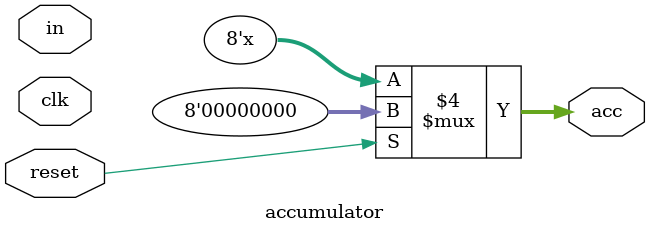
<source format=v>
module accumulator(in, acc, clk, reset);

input [7:0] in;

input clk, reset;

output [7:0] acc;

reg [7:0] acc;

always@(clk) begin

if(reset)

acc <= 8'b00000000;

else

acc <= acc + in;

end

endmodule




</source>
